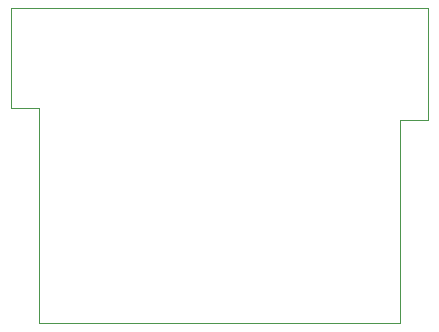
<source format=gbr>
G04 #@! TF.GenerationSoftware,KiCad,Pcbnew,(5.1.5)-3*
G04 #@! TF.CreationDate,2021-03-15T13:52:55-04:00*
G04 #@! TF.ProjectId,GelSight-Micro HDMI V2.3-INTERIM,47656c53-6967-4687-942d-4d6963726f20,rev?*
G04 #@! TF.SameCoordinates,Original*
G04 #@! TF.FileFunction,Profile,NP*
%FSLAX46Y46*%
G04 Gerber Fmt 4.6, Leading zero omitted, Abs format (unit mm)*
G04 Created by KiCad (PCBNEW (5.1.5)-3) date 2021-03-15 13:52:55*
%MOMM*%
%LPD*%
G04 APERTURE LIST*
%ADD10C,0.100000*%
G04 APERTURE END LIST*
D10*
X134735000Y-106735000D02*
X165265000Y-106735000D01*
X165265000Y-106735000D02*
X165265000Y-89514996D01*
X165265000Y-89514996D02*
X167655000Y-89514996D01*
X167655000Y-89514996D02*
X167655000Y-80015000D01*
X167655000Y-80014999D02*
X132345046Y-80015000D01*
X132345046Y-80015000D02*
X132345046Y-88514999D01*
X132345046Y-88514999D02*
X134735000Y-88514999D01*
X134735000Y-88514999D02*
X134735000Y-106735000D01*
M02*

</source>
